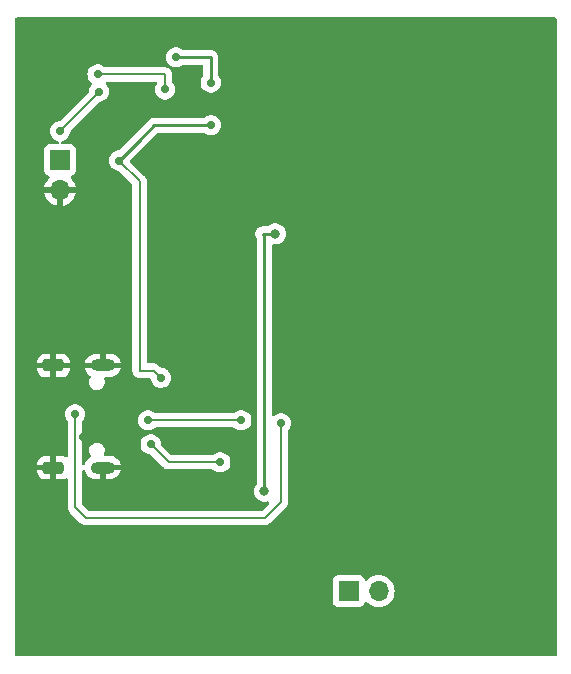
<source format=gbl>
G04 #@! TF.GenerationSoftware,KiCad,Pcbnew,7.0.10*
G04 #@! TF.CreationDate,2024-04-11T23:27:50-07:00*
G04 #@! TF.ProjectId,vibration_circuit,76696272-6174-4696-9f6e-5f6369726375,rev?*
G04 #@! TF.SameCoordinates,Original*
G04 #@! TF.FileFunction,Copper,L2,Bot*
G04 #@! TF.FilePolarity,Positive*
%FSLAX46Y46*%
G04 Gerber Fmt 4.6, Leading zero omitted, Abs format (unit mm)*
G04 Created by KiCad (PCBNEW 7.0.10) date 2024-04-11 23:27:50*
%MOMM*%
%LPD*%
G01*
G04 APERTURE LIST*
G04 Aperture macros list*
%AMRoundRect*
0 Rectangle with rounded corners*
0 $1 Rounding radius*
0 $2 $3 $4 $5 $6 $7 $8 $9 X,Y pos of 4 corners*
0 Add a 4 corners polygon primitive as box body*
4,1,4,$2,$3,$4,$5,$6,$7,$8,$9,$2,$3,0*
0 Add four circle primitives for the rounded corners*
1,1,$1+$1,$2,$3*
1,1,$1+$1,$4,$5*
1,1,$1+$1,$6,$7*
1,1,$1+$1,$8,$9*
0 Add four rect primitives between the rounded corners*
20,1,$1+$1,$2,$3,$4,$5,0*
20,1,$1+$1,$4,$5,$6,$7,0*
20,1,$1+$1,$6,$7,$8,$9,0*
20,1,$1+$1,$8,$9,$2,$3,0*%
G04 Aperture macros list end*
G04 #@! TA.AperFunction,ComponentPad*
%ADD10O,2.100000X1.000000*%
G04 #@! TD*
G04 #@! TA.AperFunction,ComponentPad*
%ADD11RoundRect,0.250000X-0.650000X0.250000X-0.650000X-0.250000X0.650000X-0.250000X0.650000X0.250000X0*%
G04 #@! TD*
G04 #@! TA.AperFunction,ComponentPad*
%ADD12R,1.700000X1.700000*%
G04 #@! TD*
G04 #@! TA.AperFunction,ComponentPad*
%ADD13O,1.700000X1.700000*%
G04 #@! TD*
G04 #@! TA.AperFunction,ViaPad*
%ADD14C,0.711200*%
G04 #@! TD*
G04 #@! TA.AperFunction,ViaPad*
%ADD15C,0.800000*%
G04 #@! TD*
G04 #@! TA.AperFunction,Conductor*
%ADD16C,0.203200*%
G04 #@! TD*
G04 #@! TA.AperFunction,Conductor*
%ADD17C,0.200000*%
G04 #@! TD*
G04 #@! TA.AperFunction,Conductor*
%ADD18C,0.250000*%
G04 #@! TD*
G04 APERTURE END LIST*
D10*
X113090000Y-128145000D03*
X113090000Y-136785000D03*
D11*
X108910000Y-128145000D03*
X108910000Y-136785000D03*
D12*
X133908800Y-147243800D03*
D13*
X136448800Y-147243800D03*
D12*
X109474000Y-110744000D03*
D13*
X109474000Y-113284000D03*
D14*
X111455200Y-134213600D03*
X117144800Y-134823200D03*
X123037600Y-136347200D03*
X110744000Y-132283200D03*
X128168400Y-133045200D03*
X116941600Y-132791200D03*
X124815600Y-132791200D03*
X118008400Y-129184400D03*
X119989600Y-149504400D03*
X148945600Y-101447600D03*
X109626400Y-149453600D03*
X114452400Y-110794800D03*
X122224800Y-107797600D03*
X109474000Y-108305600D03*
X112776000Y-104952800D03*
X119278400Y-102057200D03*
X122224800Y-104190800D03*
X112649000Y-103505000D03*
X118364000Y-104775000D03*
D15*
X126771400Y-138785600D03*
X127685800Y-116992400D03*
D16*
X116205000Y-112547400D02*
X114452400Y-110794800D01*
X116205000Y-128574800D02*
X116205000Y-112547400D01*
X117398800Y-128574800D02*
X116205000Y-128574800D01*
X118008400Y-129184400D02*
X117398800Y-128574800D01*
X118668800Y-136347200D02*
X117144800Y-134823200D01*
X123037600Y-136347200D02*
X118668800Y-136347200D01*
D17*
X110744000Y-140157200D02*
X110744000Y-132283200D01*
X126796800Y-141071600D02*
X111658400Y-141071600D01*
X111658400Y-141071600D02*
X110744000Y-140157200D01*
X128168400Y-139700000D02*
X126796800Y-141071600D01*
X128168400Y-133045200D02*
X128168400Y-139700000D01*
X124815600Y-132791200D02*
X116941600Y-132791200D01*
D18*
X116116100Y-109131100D02*
X114452400Y-110794800D01*
X117449600Y-107797600D02*
X116116100Y-109131100D01*
X122224800Y-107797600D02*
X117449600Y-107797600D01*
D16*
X112776000Y-105003600D02*
X112776000Y-104952800D01*
X109474000Y-108305600D02*
X112776000Y-105003600D01*
D18*
X122224800Y-104190800D02*
X122224800Y-102057200D01*
X122224800Y-102057200D02*
X119278400Y-102057200D01*
D16*
X112649000Y-103505000D02*
X118364000Y-103505000D01*
X118364000Y-103505000D02*
X118364000Y-104775000D01*
D18*
X126771400Y-138785600D02*
X126771400Y-117144800D01*
X126771400Y-117144800D02*
X126619000Y-116992400D01*
X126619000Y-116992400D02*
X127685800Y-116992400D01*
G04 #@! TA.AperFunction,Conductor*
G36*
X151453539Y-98699185D02*
G01*
X151499294Y-98751989D01*
X151510500Y-98803500D01*
X151510500Y-152656500D01*
X151490815Y-152723539D01*
X151438011Y-152769294D01*
X151386500Y-152780500D01*
X105788500Y-152780500D01*
X105721461Y-152760815D01*
X105675706Y-152708011D01*
X105664500Y-152656500D01*
X105664500Y-148141670D01*
X132558300Y-148141670D01*
X132558301Y-148141676D01*
X132564708Y-148201283D01*
X132615002Y-148336128D01*
X132615006Y-148336135D01*
X132701252Y-148451344D01*
X132701255Y-148451347D01*
X132816464Y-148537593D01*
X132816471Y-148537597D01*
X132951317Y-148587891D01*
X132951316Y-148587891D01*
X132958244Y-148588635D01*
X133010927Y-148594300D01*
X134806672Y-148594299D01*
X134866283Y-148587891D01*
X135001131Y-148537596D01*
X135116346Y-148451346D01*
X135202596Y-148336131D01*
X135251610Y-148204716D01*
X135293481Y-148148784D01*
X135358945Y-148124366D01*
X135427218Y-148139217D01*
X135455473Y-148160369D01*
X135577399Y-148282295D01*
X135674184Y-148350065D01*
X135770965Y-148417832D01*
X135770967Y-148417833D01*
X135770970Y-148417835D01*
X135985137Y-148517703D01*
X136213392Y-148578863D01*
X136389834Y-148594300D01*
X136448799Y-148599459D01*
X136448800Y-148599459D01*
X136448801Y-148599459D01*
X136507766Y-148594300D01*
X136684208Y-148578863D01*
X136912463Y-148517703D01*
X137126630Y-148417835D01*
X137320201Y-148282295D01*
X137487295Y-148115201D01*
X137622835Y-147921630D01*
X137722703Y-147707463D01*
X137783863Y-147479208D01*
X137804459Y-147243800D01*
X137783863Y-147008392D01*
X137722703Y-146780137D01*
X137622835Y-146565971D01*
X137487295Y-146372399D01*
X137487294Y-146372397D01*
X137320202Y-146205306D01*
X137320195Y-146205301D01*
X137126634Y-146069767D01*
X137126630Y-146069765D01*
X137126628Y-146069764D01*
X136912463Y-145969897D01*
X136912459Y-145969896D01*
X136912455Y-145969894D01*
X136684213Y-145908738D01*
X136684203Y-145908736D01*
X136448801Y-145888141D01*
X136448799Y-145888141D01*
X136213396Y-145908736D01*
X136213386Y-145908738D01*
X135985144Y-145969894D01*
X135985135Y-145969898D01*
X135770971Y-146069764D01*
X135770969Y-146069765D01*
X135577400Y-146205303D01*
X135455473Y-146327230D01*
X135394150Y-146360714D01*
X135324458Y-146355730D01*
X135268525Y-146313858D01*
X135251610Y-146282881D01*
X135202597Y-146151471D01*
X135202593Y-146151464D01*
X135116347Y-146036255D01*
X135116344Y-146036252D01*
X135001135Y-145950006D01*
X135001128Y-145950002D01*
X134866282Y-145899708D01*
X134866283Y-145899708D01*
X134806683Y-145893301D01*
X134806681Y-145893300D01*
X134806673Y-145893300D01*
X134806664Y-145893300D01*
X133010929Y-145893300D01*
X133010923Y-145893301D01*
X132951316Y-145899708D01*
X132816471Y-145950002D01*
X132816464Y-145950006D01*
X132701255Y-146036252D01*
X132701252Y-146036255D01*
X132615006Y-146151464D01*
X132615002Y-146151471D01*
X132564708Y-146286317D01*
X132558301Y-146345916D01*
X132558300Y-146345935D01*
X132558300Y-148141670D01*
X105664500Y-148141670D01*
X105664500Y-136535000D01*
X107510000Y-136535000D01*
X108343889Y-136535000D01*
X108304390Y-136559457D01*
X108236799Y-136648962D01*
X108206105Y-136756840D01*
X108216454Y-136868521D01*
X108266448Y-136968922D01*
X108338931Y-137035000D01*
X107510001Y-137035000D01*
X107510001Y-137084986D01*
X107520494Y-137187697D01*
X107575641Y-137354119D01*
X107575643Y-137354124D01*
X107667684Y-137503345D01*
X107791654Y-137627315D01*
X107940875Y-137719356D01*
X107940880Y-137719358D01*
X108107302Y-137774505D01*
X108107309Y-137774506D01*
X108210019Y-137784999D01*
X108659999Y-137784999D01*
X108660000Y-137784998D01*
X108660000Y-137085000D01*
X109160000Y-137085000D01*
X109160000Y-137784999D01*
X109609972Y-137784999D01*
X109609986Y-137784998D01*
X109712697Y-137774505D01*
X109879119Y-137719358D01*
X109879126Y-137719355D01*
X109954402Y-137672924D01*
X110021795Y-137654483D01*
X110088458Y-137675405D01*
X110133228Y-137729047D01*
X110143500Y-137778462D01*
X110143500Y-140109712D01*
X110142439Y-140125897D01*
X110138318Y-140157198D01*
X110138318Y-140157200D01*
X110143500Y-140196560D01*
X110143500Y-140196561D01*
X110158955Y-140313960D01*
X110158956Y-140313962D01*
X110219464Y-140460041D01*
X110227950Y-140471100D01*
X110315719Y-140585483D01*
X110340769Y-140604704D01*
X110352964Y-140615399D01*
X111200199Y-141462634D01*
X111210893Y-141474828D01*
X111230115Y-141499879D01*
X111230116Y-141499880D01*
X111230118Y-141499882D01*
X111355559Y-141596136D01*
X111501638Y-141656644D01*
X111580019Y-141666963D01*
X111658399Y-141677282D01*
X111658400Y-141677282D01*
X111689702Y-141673160D01*
X111705887Y-141672100D01*
X126749313Y-141672100D01*
X126765497Y-141673160D01*
X126796800Y-141677282D01*
X126796801Y-141677282D01*
X126849054Y-141670402D01*
X126953562Y-141656644D01*
X127099641Y-141596136D01*
X127225082Y-141499882D01*
X127244309Y-141474823D01*
X127254990Y-141462643D01*
X128559443Y-140158190D01*
X128571623Y-140147509D01*
X128596682Y-140128282D01*
X128692936Y-140002841D01*
X128753444Y-139856762D01*
X128768900Y-139739361D01*
X128774082Y-139700000D01*
X128769961Y-139668697D01*
X128768900Y-139652512D01*
X128768900Y-133705297D01*
X128788585Y-133638258D01*
X128800751Y-133622324D01*
X128864815Y-133551175D01*
X128954795Y-133395325D01*
X129010405Y-133224174D01*
X129029216Y-133045200D01*
X129010405Y-132866226D01*
X128954795Y-132695075D01*
X128864815Y-132539225D01*
X128744398Y-132405489D01*
X128656533Y-132341651D01*
X128598811Y-132299713D01*
X128598810Y-132299712D01*
X128598808Y-132299711D01*
X128434407Y-132226515D01*
X128434406Y-132226514D01*
X128434402Y-132226513D01*
X128258380Y-132189100D01*
X128078420Y-132189100D01*
X127902397Y-132226513D01*
X127902393Y-132226515D01*
X127737992Y-132299711D01*
X127737990Y-132299711D01*
X127737986Y-132299714D01*
X127593785Y-132404483D01*
X127527979Y-132427963D01*
X127459925Y-132412138D01*
X127411230Y-132362032D01*
X127396900Y-132304165D01*
X127396900Y-118004737D01*
X127416585Y-117937698D01*
X127469389Y-117891943D01*
X127538547Y-117881999D01*
X127546680Y-117883447D01*
X127554189Y-117885043D01*
X127591154Y-117892900D01*
X127591155Y-117892900D01*
X127780444Y-117892900D01*
X127780446Y-117892900D01*
X127965603Y-117853544D01*
X128138530Y-117776551D01*
X128291671Y-117665288D01*
X128418333Y-117524616D01*
X128512979Y-117360684D01*
X128571474Y-117180656D01*
X128591260Y-116992400D01*
X128571474Y-116804144D01*
X128512979Y-116624116D01*
X128418333Y-116460184D01*
X128291671Y-116319512D01*
X128291670Y-116319511D01*
X128138534Y-116208251D01*
X128138529Y-116208248D01*
X127965607Y-116131257D01*
X127965602Y-116131255D01*
X127819801Y-116100265D01*
X127780446Y-116091900D01*
X127591154Y-116091900D01*
X127558697Y-116098798D01*
X127405997Y-116131255D01*
X127405992Y-116131257D01*
X127233070Y-116208248D01*
X127233065Y-116208251D01*
X127079930Y-116319510D01*
X127079926Y-116319514D01*
X127074200Y-116325874D01*
X127014713Y-116362521D01*
X126982052Y-116366900D01*
X126677984Y-116366900D01*
X126658586Y-116365373D01*
X126651162Y-116364197D01*
X126638805Y-116362240D01*
X126638804Y-116362240D01*
X126595325Y-116366350D01*
X126583656Y-116366900D01*
X126579640Y-116366900D01*
X126552299Y-116370355D01*
X126548427Y-116370783D01*
X126481466Y-116377113D01*
X126473861Y-116378813D01*
X126473798Y-116378535D01*
X126469695Y-116379520D01*
X126469766Y-116379795D01*
X126462205Y-116381736D01*
X126399680Y-116406491D01*
X126396040Y-116407867D01*
X126332766Y-116430647D01*
X126325825Y-116434185D01*
X126325696Y-116433932D01*
X126321965Y-116435907D01*
X126322103Y-116436157D01*
X126315266Y-116439915D01*
X126260880Y-116479428D01*
X126257697Y-116481665D01*
X126202060Y-116519476D01*
X126196214Y-116524631D01*
X126196026Y-116524418D01*
X126192905Y-116527258D01*
X126193100Y-116527465D01*
X126187414Y-116532804D01*
X126144539Y-116584630D01*
X126142012Y-116587589D01*
X126097546Y-116638026D01*
X126093168Y-116644469D01*
X126092934Y-116644310D01*
X126090617Y-116647837D01*
X126090856Y-116647989D01*
X126086678Y-116654573D01*
X126058041Y-116715426D01*
X126056329Y-116718920D01*
X126025801Y-116778834D01*
X126023160Y-116786172D01*
X126022893Y-116786075D01*
X126021525Y-116790070D01*
X126021795Y-116790158D01*
X126019385Y-116797575D01*
X126006787Y-116863614D01*
X126005998Y-116867425D01*
X125991326Y-116933066D01*
X125990593Y-116940828D01*
X125990312Y-116940801D01*
X125989980Y-116945013D01*
X125990262Y-116945031D01*
X125989772Y-116952813D01*
X125993993Y-117019910D01*
X125994177Y-117023797D01*
X125996290Y-117091025D01*
X125997511Y-117098728D01*
X125997229Y-117098772D01*
X125997954Y-117102926D01*
X125998234Y-117102873D01*
X125999695Y-117110535D01*
X126020480Y-117174505D01*
X126021624Y-117178226D01*
X126040383Y-117242792D01*
X126043481Y-117249953D01*
X126043219Y-117250066D01*
X126044953Y-117253906D01*
X126045212Y-117253785D01*
X126048531Y-117260839D01*
X126084551Y-117317595D01*
X126086587Y-117320918D01*
X126124801Y-117385535D01*
X126123336Y-117386400D01*
X126145414Y-117442632D01*
X126145900Y-117453595D01*
X126145900Y-138086912D01*
X126126215Y-138153951D01*
X126114050Y-138169884D01*
X126038866Y-138253384D01*
X125944221Y-138417315D01*
X125944218Y-138417322D01*
X125885727Y-138597340D01*
X125885726Y-138597344D01*
X125865940Y-138785600D01*
X125885726Y-138973856D01*
X125885727Y-138973859D01*
X125944218Y-139153877D01*
X125944221Y-139153884D01*
X126038867Y-139317816D01*
X126159025Y-139451265D01*
X126165529Y-139458488D01*
X126318665Y-139569748D01*
X126318670Y-139569751D01*
X126491592Y-139646742D01*
X126491597Y-139646744D01*
X126676754Y-139686100D01*
X126676755Y-139686100D01*
X126866044Y-139686100D01*
X126866046Y-139686100D01*
X127049659Y-139647072D01*
X127119326Y-139652388D01*
X127175060Y-139694525D01*
X127199165Y-139760105D01*
X127183988Y-139828306D01*
X127163121Y-139856043D01*
X126584384Y-140434781D01*
X126523061Y-140468266D01*
X126496703Y-140471100D01*
X111958497Y-140471100D01*
X111891458Y-140451415D01*
X111870816Y-140434781D01*
X111380819Y-139944784D01*
X111347334Y-139883461D01*
X111344500Y-139857103D01*
X111344500Y-137128207D01*
X111364185Y-137061168D01*
X111416989Y-137015413D01*
X111486147Y-137005469D01*
X111549703Y-137034494D01*
X111584782Y-137085142D01*
X111637565Y-137227665D01*
X111745149Y-137400267D01*
X111885264Y-137547668D01*
X111885266Y-137547669D01*
X112052195Y-137663856D01*
X112239092Y-137744059D01*
X112438310Y-137785000D01*
X112840000Y-137785000D01*
X112840000Y-137085000D01*
X113340000Y-137085000D01*
X113340000Y-137785000D01*
X113690713Y-137785000D01*
X113842338Y-137769581D01*
X114036381Y-137708700D01*
X114036391Y-137708695D01*
X114214215Y-137609994D01*
X114214216Y-137609994D01*
X114368530Y-137477521D01*
X114368531Y-137477520D01*
X114493018Y-137316695D01*
X114582588Y-137134093D01*
X114608246Y-137035000D01*
X113806111Y-137035000D01*
X113845610Y-137010543D01*
X113913201Y-136921038D01*
X113943895Y-136813160D01*
X113933546Y-136701479D01*
X113883552Y-136601078D01*
X113811069Y-136535000D01*
X114613366Y-136535000D01*
X114613068Y-136533053D01*
X114613066Y-136533047D01*
X114542437Y-136342342D01*
X114542434Y-136342335D01*
X114434850Y-136169732D01*
X114294735Y-136022331D01*
X114294733Y-136022330D01*
X114127804Y-135906143D01*
X113940907Y-135825940D01*
X113741690Y-135785000D01*
X113307499Y-135785000D01*
X113240460Y-135765315D01*
X113194705Y-135712511D01*
X113184761Y-135643353D01*
X113195300Y-135608204D01*
X113201547Y-135594926D01*
X113218373Y-135559171D01*
X113249406Y-135396486D01*
X113239007Y-135231195D01*
X113187828Y-135073683D01*
X113099086Y-134933848D01*
X112981259Y-134823200D01*
X116283984Y-134823200D01*
X116302795Y-135002175D01*
X116302796Y-135002177D01*
X116351095Y-135150829D01*
X116358405Y-135173325D01*
X116448385Y-135329175D01*
X116568802Y-135462911D01*
X116714392Y-135568689D01*
X116878793Y-135641885D01*
X116878796Y-135641885D01*
X116878797Y-135641886D01*
X116906928Y-135647865D01*
X117054820Y-135679300D01*
X117098040Y-135679300D01*
X117165079Y-135698985D01*
X117185721Y-135715619D01*
X118209399Y-136739297D01*
X118220093Y-136751490D01*
X118239377Y-136776621D01*
X118239378Y-136776622D01*
X118267733Y-136798379D01*
X118267737Y-136798383D01*
X118270951Y-136800849D01*
X118270953Y-136800851D01*
X118365152Y-136873133D01*
X118402182Y-136888471D01*
X118402183Y-136888472D01*
X118402184Y-136888472D01*
X118511620Y-136933802D01*
X118629340Y-136949300D01*
X118629341Y-136949300D01*
X118633344Y-136949827D01*
X118633374Y-136949830D01*
X118668800Y-136954494D01*
X118668801Y-136954494D01*
X118700195Y-136950361D01*
X118716380Y-136949300D01*
X122372529Y-136949300D01*
X122439568Y-136968985D01*
X122456237Y-136983155D01*
X122456772Y-136982562D01*
X122461599Y-136986908D01*
X122461602Y-136986911D01*
X122607192Y-137092689D01*
X122771593Y-137165885D01*
X122771596Y-137165885D01*
X122771597Y-137165886D01*
X122799728Y-137171865D01*
X122947620Y-137203300D01*
X123127580Y-137203300D01*
X123303607Y-137165885D01*
X123468008Y-137092689D01*
X123613598Y-136986911D01*
X123734015Y-136853175D01*
X123823995Y-136697325D01*
X123879605Y-136526174D01*
X123898416Y-136347200D01*
X123879605Y-136168226D01*
X123823995Y-135997075D01*
X123734015Y-135841225D01*
X123613598Y-135707489D01*
X123468008Y-135601711D01*
X123303607Y-135528515D01*
X123303606Y-135528514D01*
X123303602Y-135528513D01*
X123127580Y-135491100D01*
X122947620Y-135491100D01*
X122771597Y-135528513D01*
X122607188Y-135601713D01*
X122461599Y-135707491D01*
X122456772Y-135711838D01*
X122455093Y-135709973D01*
X122405210Y-135740716D01*
X122372529Y-135745100D01*
X118969560Y-135745100D01*
X118902521Y-135725415D01*
X118881879Y-135708781D01*
X118037759Y-134864661D01*
X118004274Y-134803338D01*
X118002122Y-134789964D01*
X117986805Y-134644226D01*
X117931195Y-134473075D01*
X117841215Y-134317225D01*
X117720798Y-134183489D01*
X117575208Y-134077711D01*
X117410807Y-134004515D01*
X117410806Y-134004514D01*
X117410802Y-134004513D01*
X117234780Y-133967100D01*
X117054820Y-133967100D01*
X116878797Y-134004513D01*
X116714388Y-134077713D01*
X116568800Y-134183490D01*
X116448384Y-134317226D01*
X116358404Y-134473076D01*
X116302796Y-134644222D01*
X116302795Y-134644224D01*
X116283984Y-134823200D01*
X112981259Y-134823200D01*
X112978356Y-134820474D01*
X112978353Y-134820472D01*
X112978350Y-134820470D01*
X112833227Y-134740688D01*
X112833217Y-134740685D01*
X112672812Y-134699500D01*
X112672809Y-134699500D01*
X112548758Y-134699500D01*
X112548748Y-134699500D01*
X112425688Y-134715047D01*
X112425686Y-134715047D01*
X112271702Y-134776014D01*
X112271693Y-134776019D01*
X112137715Y-134873360D01*
X112137712Y-134873363D01*
X112032144Y-135000972D01*
X111961626Y-135150831D01*
X111930594Y-135313516D01*
X111940993Y-135478804D01*
X111940993Y-135478807D01*
X111970197Y-135568686D01*
X111992172Y-135636317D01*
X112037340Y-135707491D01*
X112066740Y-135753817D01*
X112086041Y-135820968D01*
X112065974Y-135887894D01*
X112022222Y-135928678D01*
X111965788Y-135960002D01*
X111965783Y-135960005D01*
X111811469Y-136092478D01*
X111811468Y-136092479D01*
X111686981Y-136253304D01*
X111597410Y-136435907D01*
X111588541Y-136470164D01*
X111552681Y-136530130D01*
X111490094Y-136561188D01*
X111420651Y-136553479D01*
X111366400Y-136509450D01*
X111344564Y-136443080D01*
X111344500Y-136439083D01*
X111344500Y-132943297D01*
X111364185Y-132876258D01*
X111376351Y-132860324D01*
X111438592Y-132791200D01*
X116080784Y-132791200D01*
X116099595Y-132970174D01*
X116155205Y-133141325D01*
X116245185Y-133297175D01*
X116365602Y-133430911D01*
X116511192Y-133536689D01*
X116675593Y-133609885D01*
X116675596Y-133609885D01*
X116675597Y-133609886D01*
X116703728Y-133615865D01*
X116851620Y-133647300D01*
X117031580Y-133647300D01*
X117207607Y-133609885D01*
X117372008Y-133536689D01*
X117517598Y-133430911D01*
X117517601Y-133430908D01*
X117522427Y-133426563D01*
X117523690Y-133427965D01*
X117575450Y-133396079D01*
X117608112Y-133391700D01*
X124149088Y-133391700D01*
X124216127Y-133411385D01*
X124234431Y-133426942D01*
X124234773Y-133426563D01*
X124239598Y-133430908D01*
X124239601Y-133430910D01*
X124239602Y-133430911D01*
X124385192Y-133536689D01*
X124549593Y-133609885D01*
X124549596Y-133609885D01*
X124549597Y-133609886D01*
X124577728Y-133615865D01*
X124725620Y-133647300D01*
X124905580Y-133647300D01*
X125081607Y-133609885D01*
X125246008Y-133536689D01*
X125391598Y-133430911D01*
X125512015Y-133297175D01*
X125601995Y-133141325D01*
X125657605Y-132970174D01*
X125676416Y-132791200D01*
X125657605Y-132612226D01*
X125601995Y-132441075D01*
X125512015Y-132285225D01*
X125391598Y-132151489D01*
X125246008Y-132045711D01*
X125081607Y-131972515D01*
X125081606Y-131972514D01*
X125081602Y-131972513D01*
X124905580Y-131935100D01*
X124725620Y-131935100D01*
X124549597Y-131972513D01*
X124385188Y-132045713D01*
X124239598Y-132151491D01*
X124234773Y-132155837D01*
X124233509Y-132154434D01*
X124181750Y-132186321D01*
X124149088Y-132190700D01*
X117608112Y-132190700D01*
X117541073Y-132171015D01*
X117522768Y-132155457D01*
X117522427Y-132155837D01*
X117517601Y-132151491D01*
X117372011Y-132045713D01*
X117372010Y-132045712D01*
X117372008Y-132045711D01*
X117207607Y-131972515D01*
X117207606Y-131972514D01*
X117207602Y-131972513D01*
X117031580Y-131935100D01*
X116851620Y-131935100D01*
X116675597Y-131972513D01*
X116511188Y-132045713D01*
X116365600Y-132151490D01*
X116245184Y-132285226D01*
X116155204Y-132441076D01*
X116099596Y-132612222D01*
X116099595Y-132612224D01*
X116097377Y-132633325D01*
X116080784Y-132791200D01*
X111438592Y-132791200D01*
X111440415Y-132789175D01*
X111530395Y-132633325D01*
X111586005Y-132462174D01*
X111604816Y-132283200D01*
X111586005Y-132104226D01*
X111530395Y-131933075D01*
X111440415Y-131777225D01*
X111319998Y-131643489D01*
X111174408Y-131537711D01*
X111010007Y-131464515D01*
X111010006Y-131464514D01*
X111010002Y-131464513D01*
X110833980Y-131427100D01*
X110654020Y-131427100D01*
X110477997Y-131464513D01*
X110313588Y-131537713D01*
X110168000Y-131643490D01*
X110047584Y-131777226D01*
X109957604Y-131933076D01*
X109901996Y-132104222D01*
X109901995Y-132104224D01*
X109883184Y-132283200D01*
X109901995Y-132462175D01*
X109901996Y-132462177D01*
X109950749Y-132612226D01*
X109957605Y-132633325D01*
X110047585Y-132789175D01*
X110111649Y-132860324D01*
X110141879Y-132923315D01*
X110143500Y-132943297D01*
X110143500Y-135791537D01*
X110123815Y-135858576D01*
X110071011Y-135904331D01*
X110001853Y-135914275D01*
X109954403Y-135897076D01*
X109879124Y-135850643D01*
X109879119Y-135850641D01*
X109712697Y-135795494D01*
X109712690Y-135795493D01*
X109609986Y-135785000D01*
X109160000Y-135785000D01*
X109160000Y-136485000D01*
X108660000Y-136485000D01*
X108660000Y-135785000D01*
X108210028Y-135785000D01*
X108210012Y-135785001D01*
X108107302Y-135795494D01*
X107940880Y-135850641D01*
X107940875Y-135850643D01*
X107791654Y-135942684D01*
X107667684Y-136066654D01*
X107575643Y-136215875D01*
X107575641Y-136215880D01*
X107520494Y-136382302D01*
X107520493Y-136382309D01*
X107510000Y-136485013D01*
X107510000Y-136535000D01*
X105664500Y-136535000D01*
X105664500Y-127895000D01*
X107510000Y-127895000D01*
X108343889Y-127895000D01*
X108304390Y-127919457D01*
X108236799Y-128008962D01*
X108206105Y-128116840D01*
X108216454Y-128228521D01*
X108266448Y-128328922D01*
X108338931Y-128395000D01*
X107510001Y-128395000D01*
X107510001Y-128444986D01*
X107520494Y-128547697D01*
X107575641Y-128714119D01*
X107575643Y-128714124D01*
X107667684Y-128863345D01*
X107791654Y-128987315D01*
X107940875Y-129079356D01*
X107940880Y-129079358D01*
X108107302Y-129134505D01*
X108107309Y-129134506D01*
X108210019Y-129144999D01*
X108659999Y-129144999D01*
X108660000Y-129144998D01*
X108660000Y-128445000D01*
X109160000Y-128445000D01*
X109160000Y-129144999D01*
X109609972Y-129144999D01*
X109609986Y-129144998D01*
X109712697Y-129134505D01*
X109879119Y-129079358D01*
X109879124Y-129079356D01*
X110028345Y-128987315D01*
X110152315Y-128863345D01*
X110244356Y-128714124D01*
X110244358Y-128714119D01*
X110299505Y-128547697D01*
X110299506Y-128547690D01*
X110309999Y-128444986D01*
X110310000Y-128444973D01*
X110310000Y-128395000D01*
X111566634Y-128395000D01*
X111566931Y-128396946D01*
X111566933Y-128396952D01*
X111637562Y-128587657D01*
X111637565Y-128587664D01*
X111745149Y-128760267D01*
X111885264Y-128907668D01*
X111885266Y-128907669D01*
X112032350Y-129010043D01*
X112076129Y-129064497D01*
X112083517Y-129133975D01*
X112057058Y-129190857D01*
X112032144Y-129220972D01*
X111961626Y-129370831D01*
X111930594Y-129533516D01*
X111940993Y-129698804D01*
X111940993Y-129698807D01*
X111992172Y-129856317D01*
X112080914Y-129996152D01*
X112201644Y-130109526D01*
X112201647Y-130109528D01*
X112201649Y-130109529D01*
X112346772Y-130189311D01*
X112346776Y-130189313D01*
X112507191Y-130230500D01*
X112507195Y-130230500D01*
X112631240Y-130230500D01*
X112631242Y-130230500D01*
X112631247Y-130230499D01*
X112631251Y-130230499D01*
X112644590Y-130228813D01*
X112754312Y-130214953D01*
X112908299Y-130153985D01*
X113042287Y-130056637D01*
X113147856Y-129929026D01*
X113218373Y-129779171D01*
X113249406Y-129616486D01*
X113239007Y-129451195D01*
X113192257Y-129307316D01*
X113190263Y-129237478D01*
X113226343Y-129177645D01*
X113289044Y-129146816D01*
X113310189Y-129145000D01*
X113690713Y-129145000D01*
X113842338Y-129129581D01*
X114036381Y-129068700D01*
X114036391Y-129068695D01*
X114214215Y-128969994D01*
X114214216Y-128969994D01*
X114368530Y-128837521D01*
X114368531Y-128837520D01*
X114493018Y-128676695D01*
X114582588Y-128494093D01*
X114608246Y-128395000D01*
X113806111Y-128395000D01*
X113845610Y-128370543D01*
X113913201Y-128281038D01*
X113943895Y-128173160D01*
X113933546Y-128061479D01*
X113883552Y-127961078D01*
X113811069Y-127895000D01*
X114613366Y-127895000D01*
X114613068Y-127893053D01*
X114613066Y-127893047D01*
X114542437Y-127702342D01*
X114542434Y-127702335D01*
X114434850Y-127529732D01*
X114294735Y-127382331D01*
X114294733Y-127382330D01*
X114127804Y-127266143D01*
X113940907Y-127185940D01*
X113741690Y-127145000D01*
X113340000Y-127145000D01*
X113340000Y-127845000D01*
X112840000Y-127845000D01*
X112840000Y-127145000D01*
X112489287Y-127145000D01*
X112337661Y-127160418D01*
X112143618Y-127221299D01*
X112143608Y-127221304D01*
X111965784Y-127320005D01*
X111965783Y-127320005D01*
X111811469Y-127452478D01*
X111811468Y-127452479D01*
X111686981Y-127613304D01*
X111597411Y-127795906D01*
X111571754Y-127895000D01*
X112373889Y-127895000D01*
X112334390Y-127919457D01*
X112266799Y-128008962D01*
X112236105Y-128116840D01*
X112246454Y-128228521D01*
X112296448Y-128328922D01*
X112368931Y-128395000D01*
X111566634Y-128395000D01*
X110310000Y-128395000D01*
X109476111Y-128395000D01*
X109515610Y-128370543D01*
X109583201Y-128281038D01*
X109613895Y-128173160D01*
X109603546Y-128061479D01*
X109553552Y-127961078D01*
X109481069Y-127895000D01*
X110309999Y-127895000D01*
X110309999Y-127845028D01*
X110309998Y-127845013D01*
X110299505Y-127742302D01*
X110244358Y-127575880D01*
X110244356Y-127575875D01*
X110152315Y-127426654D01*
X110028345Y-127302684D01*
X109879124Y-127210643D01*
X109879119Y-127210641D01*
X109712697Y-127155494D01*
X109712690Y-127155493D01*
X109609986Y-127145000D01*
X109160000Y-127145000D01*
X109160000Y-127845000D01*
X108660000Y-127845000D01*
X108660000Y-127145000D01*
X108210028Y-127145000D01*
X108210012Y-127145001D01*
X108107302Y-127155494D01*
X107940880Y-127210641D01*
X107940875Y-127210643D01*
X107791654Y-127302684D01*
X107667684Y-127426654D01*
X107575643Y-127575875D01*
X107575641Y-127575880D01*
X107520494Y-127742302D01*
X107520493Y-127742309D01*
X107510000Y-127845013D01*
X107510000Y-127895000D01*
X105664500Y-127895000D01*
X105664500Y-111641870D01*
X108123500Y-111641870D01*
X108123501Y-111641876D01*
X108129908Y-111701483D01*
X108180202Y-111836328D01*
X108180206Y-111836335D01*
X108266452Y-111951544D01*
X108266455Y-111951547D01*
X108381664Y-112037793D01*
X108381671Y-112037797D01*
X108381674Y-112037798D01*
X108513598Y-112087002D01*
X108569531Y-112128873D01*
X108593949Y-112194337D01*
X108579098Y-112262610D01*
X108557947Y-112290865D01*
X108435886Y-112412926D01*
X108300400Y-112606420D01*
X108300399Y-112606422D01*
X108200570Y-112820507D01*
X108200567Y-112820513D01*
X108143364Y-113033999D01*
X108143364Y-113034000D01*
X109040314Y-113034000D01*
X109014507Y-113074156D01*
X108974000Y-113212111D01*
X108974000Y-113355889D01*
X109014507Y-113493844D01*
X109040314Y-113534000D01*
X108143364Y-113534000D01*
X108200567Y-113747486D01*
X108200570Y-113747492D01*
X108300399Y-113961578D01*
X108435894Y-114155082D01*
X108602917Y-114322105D01*
X108796421Y-114457600D01*
X109010507Y-114557429D01*
X109010516Y-114557433D01*
X109224000Y-114614634D01*
X109224000Y-113719501D01*
X109331685Y-113768680D01*
X109438237Y-113784000D01*
X109509763Y-113784000D01*
X109616315Y-113768680D01*
X109724000Y-113719501D01*
X109724000Y-114614633D01*
X109937483Y-114557433D01*
X109937492Y-114557429D01*
X110151578Y-114457600D01*
X110345082Y-114322105D01*
X110512105Y-114155082D01*
X110647600Y-113961578D01*
X110747429Y-113747492D01*
X110747432Y-113747486D01*
X110804636Y-113534000D01*
X109907686Y-113534000D01*
X109933493Y-113493844D01*
X109974000Y-113355889D01*
X109974000Y-113212111D01*
X109933493Y-113074156D01*
X109907686Y-113034000D01*
X110804636Y-113034000D01*
X110804635Y-113033999D01*
X110747432Y-112820513D01*
X110747429Y-112820507D01*
X110647600Y-112606422D01*
X110647599Y-112606420D01*
X110512113Y-112412926D01*
X110512108Y-112412920D01*
X110390053Y-112290865D01*
X110356568Y-112229542D01*
X110361552Y-112159850D01*
X110403424Y-112103917D01*
X110434400Y-112087002D01*
X110566331Y-112037796D01*
X110681546Y-111951546D01*
X110767796Y-111836331D01*
X110818091Y-111701483D01*
X110824500Y-111641873D01*
X110824500Y-110794800D01*
X113591584Y-110794800D01*
X113610395Y-110973774D01*
X113666005Y-111144925D01*
X113755985Y-111300775D01*
X113876402Y-111434511D01*
X114021992Y-111540289D01*
X114186393Y-111613485D01*
X114186396Y-111613485D01*
X114186397Y-111613486D01*
X114214528Y-111619465D01*
X114362420Y-111650900D01*
X114405640Y-111650900D01*
X114472679Y-111670585D01*
X114493321Y-111687219D01*
X115566581Y-112760479D01*
X115600066Y-112821802D01*
X115602900Y-112848160D01*
X115602900Y-128527213D01*
X115601839Y-128543398D01*
X115597705Y-128574798D01*
X115597705Y-128574801D01*
X115611347Y-128678424D01*
X115618397Y-128731979D01*
X115679065Y-128878443D01*
X115679067Y-128878447D01*
X115775578Y-129004222D01*
X115901352Y-129100733D01*
X115901355Y-129100734D01*
X115901356Y-129100735D01*
X115970997Y-129129581D01*
X116047820Y-129161402D01*
X116126410Y-129171748D01*
X116204999Y-129182095D01*
X116205000Y-129182095D01*
X116236401Y-129177960D01*
X116252586Y-129176900D01*
X117035146Y-129176900D01*
X117102185Y-129196585D01*
X117147940Y-129249389D01*
X117158465Y-129287933D01*
X117165326Y-129353205D01*
X117166395Y-129363375D01*
X117166396Y-129363377D01*
X117221676Y-129533514D01*
X117222005Y-129534525D01*
X117311985Y-129690375D01*
X117432402Y-129824111D01*
X117577992Y-129929889D01*
X117742393Y-130003085D01*
X117742396Y-130003085D01*
X117742397Y-130003086D01*
X117770528Y-130009065D01*
X117918420Y-130040500D01*
X118098380Y-130040500D01*
X118274407Y-130003085D01*
X118438808Y-129929889D01*
X118584398Y-129824111D01*
X118704815Y-129690375D01*
X118794795Y-129534525D01*
X118850405Y-129363374D01*
X118869216Y-129184400D01*
X118850405Y-129005426D01*
X118794795Y-128834275D01*
X118704815Y-128678425D01*
X118611508Y-128574798D01*
X118584399Y-128544690D01*
X118560344Y-128527213D01*
X118447189Y-128445000D01*
X118438811Y-128438913D01*
X118438810Y-128438912D01*
X118438808Y-128438911D01*
X118274407Y-128365715D01*
X118274406Y-128365714D01*
X118274402Y-128365713D01*
X118098380Y-128328300D01*
X118055160Y-128328300D01*
X117988121Y-128308615D01*
X117967479Y-128291981D01*
X117858196Y-128182698D01*
X117847507Y-128170511D01*
X117828222Y-128145378D01*
X117828219Y-128145376D01*
X117828218Y-128145374D01*
X117796650Y-128121151D01*
X117775904Y-128105232D01*
X117702447Y-128048867D01*
X117702443Y-128048865D01*
X117702444Y-128048865D01*
X117555980Y-127988198D01*
X117555978Y-127988197D01*
X117434404Y-127972192D01*
X117434222Y-127972169D01*
X117428181Y-127971373D01*
X117398800Y-127967506D01*
X117398798Y-127967506D01*
X117398797Y-127967506D01*
X117367405Y-127971639D01*
X117351220Y-127972700D01*
X116931100Y-127972700D01*
X116864061Y-127953015D01*
X116818306Y-127900211D01*
X116807100Y-127848700D01*
X116807100Y-112594986D01*
X116808161Y-112578800D01*
X116812295Y-112547399D01*
X116812295Y-112547398D01*
X116791602Y-112390221D01*
X116791600Y-112390216D01*
X116730935Y-112243754D01*
X116730933Y-112243751D01*
X116656186Y-112146340D01*
X116656179Y-112146332D01*
X116634422Y-112117978D01*
X116634420Y-112117977D01*
X116634420Y-112117976D01*
X116609295Y-112098697D01*
X116597100Y-112088002D01*
X115408125Y-110899027D01*
X115374640Y-110837704D01*
X115379624Y-110768012D01*
X115408125Y-110723665D01*
X115976701Y-110155090D01*
X116586220Y-109545571D01*
X116586220Y-109545570D01*
X116591584Y-109540207D01*
X116591599Y-109540189D01*
X117672371Y-108459419D01*
X117733694Y-108425934D01*
X117760052Y-108423100D01*
X121588952Y-108423100D01*
X121655991Y-108442785D01*
X121661831Y-108446777D01*
X121794392Y-108543089D01*
X121958793Y-108616285D01*
X121958796Y-108616285D01*
X121958797Y-108616286D01*
X121986928Y-108622265D01*
X122134820Y-108653700D01*
X122314780Y-108653700D01*
X122490807Y-108616285D01*
X122655208Y-108543089D01*
X122800798Y-108437311D01*
X122921215Y-108303575D01*
X123011195Y-108147725D01*
X123066805Y-107976574D01*
X123085616Y-107797600D01*
X123066805Y-107618626D01*
X123011195Y-107447475D01*
X122921215Y-107291625D01*
X122812298Y-107170661D01*
X122800799Y-107157890D01*
X122655211Y-107052113D01*
X122655210Y-107052112D01*
X122655208Y-107052111D01*
X122490807Y-106978915D01*
X122490806Y-106978914D01*
X122490802Y-106978913D01*
X122314780Y-106941500D01*
X122134820Y-106941500D01*
X121958797Y-106978913D01*
X121794388Y-107052113D01*
X121661838Y-107148418D01*
X121596031Y-107171898D01*
X121588952Y-107172100D01*
X117532343Y-107172100D01*
X117516722Y-107170375D01*
X117516696Y-107170661D01*
X117508934Y-107169927D01*
X117508933Y-107169927D01*
X117446709Y-107171882D01*
X117441727Y-107172039D01*
X117437832Y-107172100D01*
X117410247Y-107172100D01*
X117406261Y-107172603D01*
X117394633Y-107173518D01*
X117350973Y-107174890D01*
X117331729Y-107180481D01*
X117312679Y-107184425D01*
X117292811Y-107186934D01*
X117292810Y-107186934D01*
X117252199Y-107203013D01*
X117241154Y-107206794D01*
X117199214Y-107218979D01*
X117199210Y-107218981D01*
X117181966Y-107229179D01*
X117164505Y-107237733D01*
X117145874Y-107245110D01*
X117145862Y-107245117D01*
X117110533Y-107270785D01*
X117100773Y-107277196D01*
X117063180Y-107299429D01*
X117049014Y-107313595D01*
X117034224Y-107326227D01*
X117018014Y-107338004D01*
X117018011Y-107338007D01*
X116990173Y-107371658D01*
X116982311Y-107380297D01*
X115645980Y-108716629D01*
X114460228Y-109902381D01*
X114398905Y-109935866D01*
X114372547Y-109938700D01*
X114362420Y-109938700D01*
X114186397Y-109976113D01*
X114021988Y-110049313D01*
X113876400Y-110155090D01*
X113755984Y-110288826D01*
X113666004Y-110444676D01*
X113610396Y-110615822D01*
X113610395Y-110615824D01*
X113610395Y-110615826D01*
X113591584Y-110794800D01*
X110824500Y-110794800D01*
X110824499Y-109846128D01*
X110818091Y-109786517D01*
X110767796Y-109651669D01*
X110767795Y-109651668D01*
X110767793Y-109651664D01*
X110681547Y-109536455D01*
X110681544Y-109536452D01*
X110566335Y-109450206D01*
X110566328Y-109450202D01*
X110431482Y-109399908D01*
X110431483Y-109399908D01*
X110371883Y-109393501D01*
X110371881Y-109393500D01*
X110371873Y-109393500D01*
X110371865Y-109393500D01*
X109653225Y-109393500D01*
X109586186Y-109373815D01*
X109540431Y-109321011D01*
X109530487Y-109251853D01*
X109559512Y-109188297D01*
X109618290Y-109150523D01*
X109627411Y-109148217D01*
X109740007Y-109124285D01*
X109904408Y-109051089D01*
X110049998Y-108945311D01*
X110170415Y-108811575D01*
X110260395Y-108655725D01*
X110316005Y-108484574D01*
X110331321Y-108338851D01*
X110357903Y-108274242D01*
X110366950Y-108264146D01*
X112786008Y-105845089D01*
X112847329Y-105811606D01*
X112860731Y-105809451D01*
X112865974Y-105808900D01*
X112865980Y-105808900D01*
X113042007Y-105771485D01*
X113206408Y-105698289D01*
X113351998Y-105592511D01*
X113472415Y-105458775D01*
X113562395Y-105302925D01*
X113618005Y-105131774D01*
X113636816Y-104952800D01*
X113618005Y-104773826D01*
X113562395Y-104602675D01*
X113472415Y-104446825D01*
X113352882Y-104314071D01*
X113322653Y-104251081D01*
X113331278Y-104181746D01*
X113376019Y-104128080D01*
X113442672Y-104107122D01*
X113445033Y-104107100D01*
X117546298Y-104107100D01*
X117613337Y-104126785D01*
X117659092Y-104179589D01*
X117669036Y-104248747D01*
X117653685Y-104293100D01*
X117577604Y-104424876D01*
X117521996Y-104596022D01*
X117521995Y-104596024D01*
X117503184Y-104775000D01*
X117521995Y-104953975D01*
X117521996Y-104953977D01*
X117540031Y-105009485D01*
X117577605Y-105125125D01*
X117667585Y-105280975D01*
X117788002Y-105414711D01*
X117933592Y-105520489D01*
X118097993Y-105593685D01*
X118097996Y-105593685D01*
X118097997Y-105593686D01*
X118126128Y-105599665D01*
X118274020Y-105631100D01*
X118453980Y-105631100D01*
X118630007Y-105593685D01*
X118794408Y-105520489D01*
X118939998Y-105414711D01*
X119060415Y-105280975D01*
X119150395Y-105125125D01*
X119206005Y-104953974D01*
X119224816Y-104775000D01*
X119206005Y-104596026D01*
X119150395Y-104424875D01*
X119060415Y-104269025D01*
X119035597Y-104241462D01*
X118997950Y-104199650D01*
X118967720Y-104136658D01*
X118966100Y-104116678D01*
X118966100Y-103552586D01*
X118967161Y-103536400D01*
X118971295Y-103504999D01*
X118971295Y-103504998D01*
X118950602Y-103347821D01*
X118950602Y-103347820D01*
X118889933Y-103201353D01*
X118793422Y-103075578D01*
X118793419Y-103075576D01*
X118793418Y-103075574D01*
X118693657Y-102999024D01*
X118693656Y-102999024D01*
X118667645Y-102979065D01*
X118667647Y-102979065D01*
X118521183Y-102918399D01*
X118521178Y-102918397D01*
X118364001Y-102897705D01*
X118364000Y-102897705D01*
X118332598Y-102901839D01*
X118316414Y-102902900D01*
X113314071Y-102902900D01*
X113247032Y-102883215D01*
X113230362Y-102869044D01*
X113229828Y-102869638D01*
X113225000Y-102865291D01*
X113224999Y-102865290D01*
X113224998Y-102865289D01*
X113079408Y-102759511D01*
X112915007Y-102686315D01*
X112915006Y-102686314D01*
X112915002Y-102686313D01*
X112738980Y-102648900D01*
X112559020Y-102648900D01*
X112382997Y-102686313D01*
X112382993Y-102686315D01*
X112228300Y-102755189D01*
X112218588Y-102759513D01*
X112073000Y-102865290D01*
X111952586Y-102999024D01*
X111952584Y-102999025D01*
X111862604Y-103154876D01*
X111806996Y-103326022D01*
X111806995Y-103326024D01*
X111788184Y-103505000D01*
X111798806Y-103606066D01*
X111806995Y-103683974D01*
X111862605Y-103855125D01*
X111952585Y-104010975D01*
X112073002Y-104144711D01*
X112099933Y-104164278D01*
X112130013Y-104186132D01*
X112172679Y-104241462D01*
X112178658Y-104311075D01*
X112149279Y-104369422D01*
X112126032Y-104395240D01*
X112079585Y-104446825D01*
X112079583Y-104446826D01*
X112079582Y-104446829D01*
X111989604Y-104602676D01*
X111933996Y-104773822D01*
X111933995Y-104773824D01*
X111928037Y-104830509D01*
X111916920Y-104936289D01*
X111915184Y-104952802D01*
X111915184Y-104959297D01*
X111912730Y-104959297D01*
X111902130Y-105017147D01*
X111879079Y-105049021D01*
X109514921Y-107413181D01*
X109453598Y-107446666D01*
X109427240Y-107449500D01*
X109384020Y-107449500D01*
X109207997Y-107486913D01*
X109043588Y-107560113D01*
X108898000Y-107665890D01*
X108777584Y-107799626D01*
X108687604Y-107955476D01*
X108631996Y-108126622D01*
X108631995Y-108126624D01*
X108613184Y-108305600D01*
X108631995Y-108484575D01*
X108631996Y-108484577D01*
X108686946Y-108653699D01*
X108687605Y-108655725D01*
X108777585Y-108811575D01*
X108898002Y-108945311D01*
X109043592Y-109051089D01*
X109207993Y-109124285D01*
X109320559Y-109148211D01*
X109382037Y-109181402D01*
X109415814Y-109242564D01*
X109411162Y-109312279D01*
X109369558Y-109368412D01*
X109304211Y-109393140D01*
X109294775Y-109393500D01*
X108576129Y-109393500D01*
X108576123Y-109393501D01*
X108516516Y-109399908D01*
X108381671Y-109450202D01*
X108381664Y-109450206D01*
X108266455Y-109536452D01*
X108266452Y-109536455D01*
X108180206Y-109651664D01*
X108180202Y-109651671D01*
X108129908Y-109786517D01*
X108123501Y-109846116D01*
X108123501Y-109846123D01*
X108123500Y-109846135D01*
X108123500Y-111641870D01*
X105664500Y-111641870D01*
X105664500Y-102057200D01*
X118417584Y-102057200D01*
X118436395Y-102236174D01*
X118492005Y-102407325D01*
X118581985Y-102563175D01*
X118702402Y-102696911D01*
X118847992Y-102802689D01*
X119012393Y-102875885D01*
X119012396Y-102875885D01*
X119012397Y-102875886D01*
X119040528Y-102881865D01*
X119188420Y-102913300D01*
X119368380Y-102913300D01*
X119544407Y-102875885D01*
X119708808Y-102802689D01*
X119841362Y-102706381D01*
X119907169Y-102682902D01*
X119914248Y-102682700D01*
X121475300Y-102682700D01*
X121542339Y-102702385D01*
X121588094Y-102755189D01*
X121599300Y-102806700D01*
X121599300Y-103558466D01*
X121579615Y-103625505D01*
X121567451Y-103641437D01*
X121528384Y-103684826D01*
X121438404Y-103840676D01*
X121382796Y-104011822D01*
X121382795Y-104011824D01*
X121363984Y-104190800D01*
X121382795Y-104369775D01*
X121382796Y-104369777D01*
X121407831Y-104446829D01*
X121438405Y-104540925D01*
X121528385Y-104696775D01*
X121648802Y-104830511D01*
X121794392Y-104936289D01*
X121958793Y-105009485D01*
X121958796Y-105009485D01*
X121958797Y-105009486D01*
X121986928Y-105015465D01*
X122134820Y-105046900D01*
X122314780Y-105046900D01*
X122490807Y-105009485D01*
X122655208Y-104936289D01*
X122800798Y-104830511D01*
X122921215Y-104696775D01*
X123011195Y-104540925D01*
X123066805Y-104369774D01*
X123085616Y-104190800D01*
X123066805Y-104011826D01*
X123011195Y-103840675D01*
X122921215Y-103684825D01*
X122900202Y-103661487D01*
X122882149Y-103641437D01*
X122851920Y-103578445D01*
X122850300Y-103558466D01*
X122850300Y-102128044D01*
X122852497Y-102104806D01*
X122854027Y-102096786D01*
X122850545Y-102041441D01*
X122850300Y-102033655D01*
X122850300Y-102017850D01*
X122850299Y-102017846D01*
X122848316Y-102002151D01*
X122847588Y-101994460D01*
X122844104Y-101939062D01*
X122841579Y-101931292D01*
X122836487Y-101908514D01*
X122835464Y-101900408D01*
X122815033Y-101848806D01*
X122812408Y-101841515D01*
X122795267Y-101788759D01*
X122790889Y-101781861D01*
X122780295Y-101761068D01*
X122777286Y-101753468D01*
X122777284Y-101753465D01*
X122777283Y-101753463D01*
X122761730Y-101732057D01*
X122744670Y-101708577D01*
X122740301Y-101702147D01*
X122710585Y-101655322D01*
X122704634Y-101649734D01*
X122689198Y-101632225D01*
X122684394Y-101625613D01*
X122684391Y-101625611D01*
X122684391Y-101625610D01*
X122641662Y-101590262D01*
X122635818Y-101585110D01*
X122595384Y-101547140D01*
X122595377Y-101547134D01*
X122588215Y-101543197D01*
X122568914Y-101530080D01*
X122562624Y-101524877D01*
X122562623Y-101524876D01*
X122512420Y-101501252D01*
X122505520Y-101497736D01*
X122456892Y-101471003D01*
X122456889Y-101471002D01*
X122456885Y-101471000D01*
X122448974Y-101468969D01*
X122427022Y-101461066D01*
X122419625Y-101457585D01*
X122419621Y-101457584D01*
X122365156Y-101447194D01*
X122357558Y-101445496D01*
X122303823Y-101431700D01*
X122303819Y-101431700D01*
X122295647Y-101431700D01*
X122272415Y-101429504D01*
X122264388Y-101427973D01*
X122264385Y-101427972D01*
X122209041Y-101431455D01*
X122201255Y-101431700D01*
X119914248Y-101431700D01*
X119847209Y-101412015D01*
X119841362Y-101408018D01*
X119708811Y-101311713D01*
X119708810Y-101311712D01*
X119708808Y-101311711D01*
X119544407Y-101238515D01*
X119544406Y-101238514D01*
X119544402Y-101238513D01*
X119368380Y-101201100D01*
X119188420Y-101201100D01*
X119012397Y-101238513D01*
X118847988Y-101311713D01*
X118702400Y-101417490D01*
X118581984Y-101551226D01*
X118492004Y-101707076D01*
X118436396Y-101878222D01*
X118436395Y-101878224D01*
X118433213Y-101908501D01*
X118417584Y-102057200D01*
X105664500Y-102057200D01*
X105664500Y-98803500D01*
X105684185Y-98736461D01*
X105736989Y-98690706D01*
X105788500Y-98679500D01*
X151386500Y-98679500D01*
X151453539Y-98699185D01*
G37*
G04 #@! TD.AperFunction*
M02*

</source>
